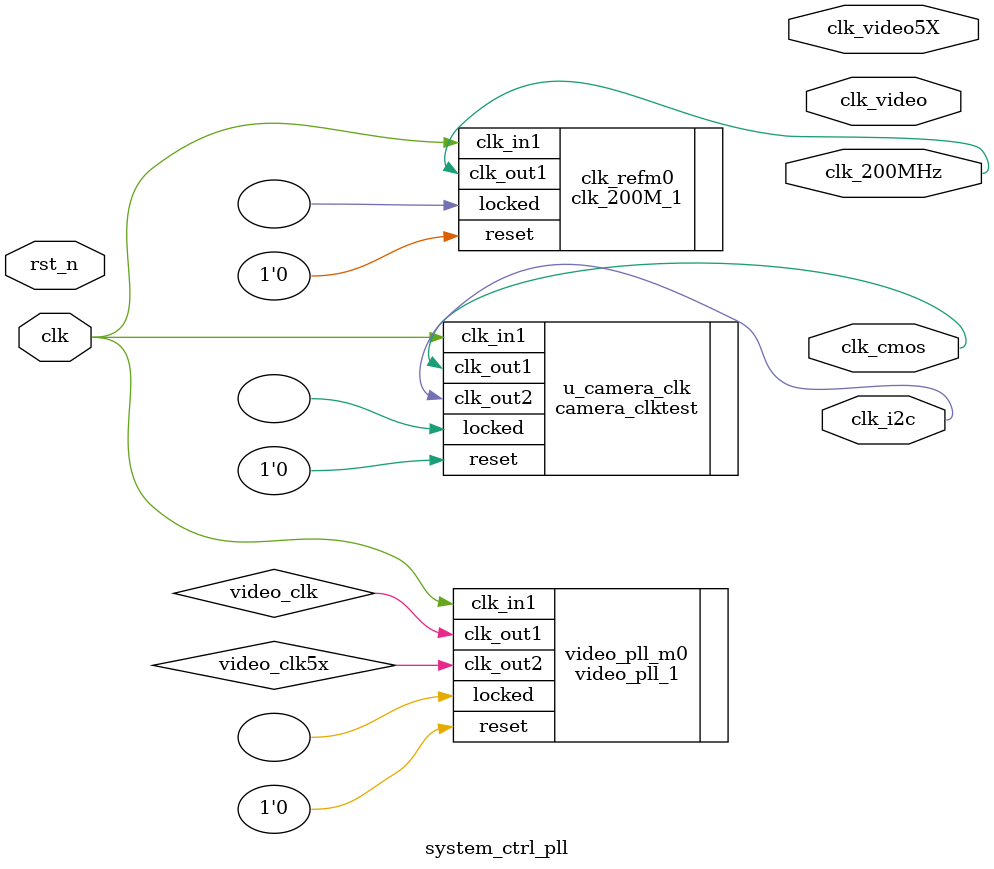
<source format=v>
`timescale 1 ns / 1 ns
module system_ctrl_pll
(
	//globol clock
	input				clk,
	input				rst_n,
	
	output 				clk_i2c,		//clock output
	output 				clk_cmos,		//clock output
	output 				clk_video,		//clock output
	output				clk_video5X,		//clock output
	output				clk_200MHz		//clock output
	
);

camera_clktest u_camera_clk
(
.clk_in1                        (clk                  	),
.clk_out1                       (clk_cmos               ),//24M
.clk_out2                       (clk_i2c              	),//100M
.reset                          (1'b0                   ),
.locked                         (                     	)
);
/*************************************************************************
Generate the  clock required for the MIG
****************************************************************************/
clk_200M_1 clk_refm0
(
.clk_out1                       (clk_200MHz             ),      // output clk_out1
.reset                          (1'b0                  	),      // input reset
.locked                         (                       ),      // output locked
.clk_in1                        (clk                  	)       // input clk_in1
); 
/*************************************************************************
Generate the pixel clock and 5x pixel clock required for the video
****************************************************************************/
video_pll_1 video_pll_m0
(
.clk_in1                        (clk                  	),
.clk_out1                       (video_clk              ),
.clk_out2                       (video_clk5x           	),
.reset                          (1'b0                   ),
.locked                         (                       )
);

endmodule


</source>
